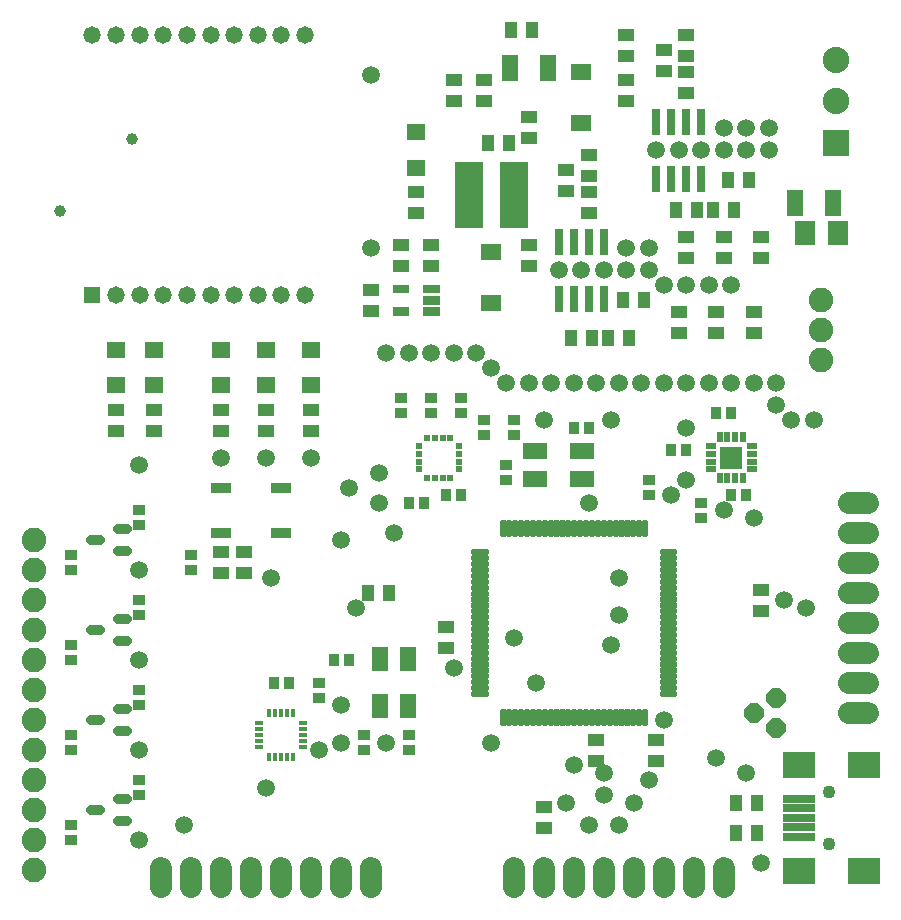
<source format=gts>
G75*
G70*
%OFA0B0*%
%FSLAX24Y24*%
%IPPOS*%
%LPD*%
%AMOC8*
5,1,8,0,0,1.08239X$1,22.5*
%
%ADD10R,0.0769X0.0769*%
%ADD11R,0.0226X0.0336*%
%ADD12R,0.0336X0.0226*%
%ADD13R,0.0631X0.0552*%
%ADD14R,0.0580X0.0580*%
%ADD15C,0.0580*%
%ADD16R,0.0395X0.0552*%
%ADD17R,0.0552X0.0395*%
%ADD18C,0.0720*%
%ADD19C,0.0395*%
%ADD20R,0.0680X0.0380*%
%ADD21C,0.0820*%
%ADD22C,0.0158*%
%ADD23R,0.0178X0.0277*%
%ADD24R,0.0277X0.0178*%
%ADD25C,0.0336*%
%ADD26OC8,0.0640*%
%ADD27R,0.0789X0.0552*%
%ADD28R,0.0552X0.0789*%
%ADD29R,0.0198X0.0237*%
%ADD30R,0.0237X0.0198*%
%ADD31R,0.0434X0.0356*%
%ADD32R,0.0356X0.0434*%
%ADD33R,0.0880X0.0880*%
%ADD34C,0.0880*%
%ADD35R,0.0710X0.0789*%
%ADD36R,0.0552X0.0867*%
%ADD37R,0.0316X0.0867*%
%ADD38R,0.0926X0.2245*%
%ADD39R,0.0659X0.0580*%
%ADD40R,0.1064X0.0277*%
%ADD41R,0.1064X0.0867*%
%ADD42C,0.0434*%
%ADD43R,0.0297X0.0552*%
%ADD44C,0.0595*%
D10*
X024901Y015454D03*
D11*
X024773Y016143D03*
X024517Y016143D03*
X025029Y016143D03*
X025285Y016143D03*
X025285Y014765D03*
X025029Y014765D03*
X024773Y014765D03*
X024517Y014765D03*
D12*
X024212Y015070D03*
X024212Y015326D03*
X024212Y015581D03*
X024212Y015837D03*
X025590Y015837D03*
X025590Y015581D03*
X025590Y015326D03*
X025590Y015070D03*
D13*
X014401Y025113D03*
X014401Y026294D03*
X010901Y019044D03*
X010901Y017863D03*
X009401Y017863D03*
X009401Y019044D03*
X007901Y019044D03*
X007901Y017863D03*
X005651Y017863D03*
X005651Y019044D03*
X004401Y019044D03*
X004401Y017863D03*
D14*
X003608Y020873D03*
D15*
X004395Y020873D03*
X005183Y020873D03*
X005970Y020873D03*
X006757Y020873D03*
X007545Y020873D03*
X008332Y020873D03*
X009120Y020873D03*
X009907Y020873D03*
X010694Y020873D03*
X010694Y029534D03*
X009907Y029534D03*
X009120Y029534D03*
X008332Y029534D03*
X007545Y029534D03*
X006757Y029534D03*
X005970Y029534D03*
X005183Y029534D03*
X004395Y029534D03*
X003608Y029534D03*
D16*
X016797Y025954D03*
X017506Y025954D03*
X017547Y029704D03*
X018256Y029704D03*
X023047Y023704D03*
X023756Y023704D03*
X024297Y023704D03*
X025006Y023704D03*
X024797Y024704D03*
X025506Y024704D03*
X022006Y020704D03*
X021297Y020704D03*
X021506Y019454D03*
X020797Y019454D03*
X020256Y019454D03*
X019547Y019454D03*
X013506Y010954D03*
X012797Y010954D03*
X025047Y003954D03*
X025756Y003954D03*
X025756Y002954D03*
X025047Y002954D03*
D17*
X022401Y005349D03*
X022401Y006058D03*
X020401Y006058D03*
X020401Y005349D03*
X018651Y003808D03*
X018651Y003099D03*
X015401Y009099D03*
X015401Y009808D03*
X010901Y016349D03*
X010901Y017058D03*
X009401Y017058D03*
X009401Y016349D03*
X007901Y016349D03*
X007901Y017058D03*
X005651Y017058D03*
X005651Y016349D03*
X004401Y016349D03*
X004401Y017058D03*
X007901Y012308D03*
X007901Y011599D03*
X008651Y011599D03*
X008651Y012308D03*
X012901Y020349D03*
X012901Y021058D03*
X013901Y021849D03*
X013901Y022558D03*
X014901Y022558D03*
X014901Y021849D03*
X014401Y023599D03*
X014401Y024308D03*
X015651Y027349D03*
X015651Y028058D03*
X016651Y028058D03*
X016651Y027349D03*
X018151Y026808D03*
X018151Y026099D03*
X019401Y025058D03*
X019401Y024349D03*
X020151Y024308D03*
X020151Y024849D03*
X020151Y025558D03*
X020151Y023599D03*
X018151Y022558D03*
X018151Y021849D03*
X023151Y020308D03*
X023151Y019599D03*
X024401Y019599D03*
X024401Y020308D03*
X025651Y020308D03*
X025651Y019599D03*
X025901Y022099D03*
X025901Y022808D03*
X024651Y022808D03*
X024651Y022099D03*
X023401Y022099D03*
X023401Y022808D03*
X021401Y027349D03*
X021401Y028058D03*
X021401Y028849D03*
X021401Y029558D03*
X022651Y029058D03*
X022651Y028349D03*
X023401Y028308D03*
X023401Y028849D03*
X023401Y029558D03*
X023401Y027599D03*
X025901Y011058D03*
X025901Y010349D03*
D18*
X028831Y009954D02*
X029471Y009954D01*
X029471Y010954D02*
X028831Y010954D01*
X028831Y011954D02*
X029471Y011954D01*
X029471Y012954D02*
X028831Y012954D01*
X028831Y013954D02*
X029471Y013954D01*
X029471Y008954D02*
X028831Y008954D01*
X028831Y007954D02*
X029471Y007954D01*
X029471Y006954D02*
X028831Y006954D01*
X024651Y001774D02*
X024651Y001134D01*
X023651Y001134D02*
X023651Y001774D01*
X022651Y001774D02*
X022651Y001134D01*
X021651Y001134D02*
X021651Y001774D01*
X020651Y001774D02*
X020651Y001134D01*
X019651Y001134D02*
X019651Y001774D01*
X018651Y001774D02*
X018651Y001134D01*
X017651Y001134D02*
X017651Y001774D01*
X012901Y001774D02*
X012901Y001134D01*
X011901Y001134D02*
X011901Y001774D01*
X010901Y001774D02*
X010901Y001134D01*
X009901Y001134D02*
X009901Y001774D01*
X008901Y001774D02*
X008901Y001134D01*
X007901Y001134D02*
X007901Y001774D01*
X006901Y001774D02*
X006901Y001134D01*
X005901Y001134D02*
X005901Y001774D01*
D19*
X002515Y023668D03*
X004937Y026089D03*
D20*
X007901Y014454D03*
X007901Y012954D03*
X009901Y012954D03*
X009901Y014454D03*
D21*
X001651Y001704D03*
X001651Y002704D03*
X001651Y003704D03*
X001651Y004704D03*
X001651Y005704D03*
X001651Y006704D03*
X001651Y007704D03*
X001651Y008704D03*
X001651Y009704D03*
X001651Y010704D03*
X001651Y011704D03*
X001651Y012704D03*
X027901Y018704D03*
X027901Y019704D03*
X027901Y020704D03*
D22*
X021993Y013310D02*
X021993Y012896D01*
X021993Y013310D02*
X022033Y013310D01*
X022033Y012896D01*
X021993Y012896D01*
X021993Y013053D02*
X022033Y013053D01*
X022033Y013210D02*
X021993Y013210D01*
X021797Y013310D02*
X021797Y012896D01*
X021797Y013310D02*
X021837Y013310D01*
X021837Y012896D01*
X021797Y012896D01*
X021797Y013053D02*
X021837Y013053D01*
X021837Y013210D02*
X021797Y013210D01*
X021600Y013310D02*
X021600Y012896D01*
X021600Y013310D02*
X021640Y013310D01*
X021640Y012896D01*
X021600Y012896D01*
X021600Y013053D02*
X021640Y013053D01*
X021640Y013210D02*
X021600Y013210D01*
X021403Y013310D02*
X021403Y012896D01*
X021403Y013310D02*
X021443Y013310D01*
X021443Y012896D01*
X021403Y012896D01*
X021403Y013053D02*
X021443Y013053D01*
X021443Y013210D02*
X021403Y013210D01*
X021206Y013310D02*
X021206Y012896D01*
X021206Y013310D02*
X021246Y013310D01*
X021246Y012896D01*
X021206Y012896D01*
X021206Y013053D02*
X021246Y013053D01*
X021246Y013210D02*
X021206Y013210D01*
X021009Y013310D02*
X021009Y012896D01*
X021009Y013310D02*
X021049Y013310D01*
X021049Y012896D01*
X021009Y012896D01*
X021009Y013053D02*
X021049Y013053D01*
X021049Y013210D02*
X021009Y013210D01*
X020812Y013310D02*
X020812Y012896D01*
X020812Y013310D02*
X020852Y013310D01*
X020852Y012896D01*
X020812Y012896D01*
X020812Y013053D02*
X020852Y013053D01*
X020852Y013210D02*
X020812Y013210D01*
X020615Y013310D02*
X020615Y012896D01*
X020615Y013310D02*
X020655Y013310D01*
X020655Y012896D01*
X020615Y012896D01*
X020615Y013053D02*
X020655Y013053D01*
X020655Y013210D02*
X020615Y013210D01*
X020419Y013310D02*
X020419Y012896D01*
X020419Y013310D02*
X020459Y013310D01*
X020459Y012896D01*
X020419Y012896D01*
X020419Y013053D02*
X020459Y013053D01*
X020459Y013210D02*
X020419Y013210D01*
X020222Y013310D02*
X020222Y012896D01*
X020222Y013310D02*
X020262Y013310D01*
X020262Y012896D01*
X020222Y012896D01*
X020222Y013053D02*
X020262Y013053D01*
X020262Y013210D02*
X020222Y013210D01*
X020025Y013310D02*
X020025Y012896D01*
X020025Y013310D02*
X020065Y013310D01*
X020065Y012896D01*
X020025Y012896D01*
X020025Y013053D02*
X020065Y013053D01*
X020065Y013210D02*
X020025Y013210D01*
X019828Y013310D02*
X019828Y012896D01*
X019828Y013310D02*
X019868Y013310D01*
X019868Y012896D01*
X019828Y012896D01*
X019828Y013053D02*
X019868Y013053D01*
X019868Y013210D02*
X019828Y013210D01*
X019631Y013310D02*
X019631Y012896D01*
X019631Y013310D02*
X019671Y013310D01*
X019671Y012896D01*
X019631Y012896D01*
X019631Y013053D02*
X019671Y013053D01*
X019671Y013210D02*
X019631Y013210D01*
X019434Y013310D02*
X019434Y012896D01*
X019434Y013310D02*
X019474Y013310D01*
X019474Y012896D01*
X019434Y012896D01*
X019434Y013053D02*
X019474Y013053D01*
X019474Y013210D02*
X019434Y013210D01*
X019237Y013310D02*
X019237Y012896D01*
X019237Y013310D02*
X019277Y013310D01*
X019277Y012896D01*
X019237Y012896D01*
X019237Y013053D02*
X019277Y013053D01*
X019277Y013210D02*
X019237Y013210D01*
X019041Y013310D02*
X019041Y012896D01*
X019041Y013310D02*
X019081Y013310D01*
X019081Y012896D01*
X019041Y012896D01*
X019041Y013053D02*
X019081Y013053D01*
X019081Y013210D02*
X019041Y013210D01*
X018844Y013310D02*
X018844Y012896D01*
X018844Y013310D02*
X018884Y013310D01*
X018884Y012896D01*
X018844Y012896D01*
X018844Y013053D02*
X018884Y013053D01*
X018884Y013210D02*
X018844Y013210D01*
X018647Y013310D02*
X018647Y012896D01*
X018647Y013310D02*
X018687Y013310D01*
X018687Y012896D01*
X018647Y012896D01*
X018647Y013053D02*
X018687Y013053D01*
X018687Y013210D02*
X018647Y013210D01*
X018450Y013310D02*
X018450Y012896D01*
X018450Y013310D02*
X018490Y013310D01*
X018490Y012896D01*
X018450Y012896D01*
X018450Y013053D02*
X018490Y013053D01*
X018490Y013210D02*
X018450Y013210D01*
X018253Y013310D02*
X018253Y012896D01*
X018253Y013310D02*
X018293Y013310D01*
X018293Y012896D01*
X018253Y012896D01*
X018253Y013053D02*
X018293Y013053D01*
X018293Y013210D02*
X018253Y013210D01*
X018056Y013310D02*
X018056Y012896D01*
X018056Y013310D02*
X018096Y013310D01*
X018096Y012896D01*
X018056Y012896D01*
X018056Y013053D02*
X018096Y013053D01*
X018096Y013210D02*
X018056Y013210D01*
X017860Y013310D02*
X017860Y012896D01*
X017860Y013310D02*
X017900Y013310D01*
X017900Y012896D01*
X017860Y012896D01*
X017860Y013053D02*
X017900Y013053D01*
X017900Y013210D02*
X017860Y013210D01*
X017663Y013310D02*
X017663Y012896D01*
X017663Y013310D02*
X017703Y013310D01*
X017703Y012896D01*
X017663Y012896D01*
X017663Y013053D02*
X017703Y013053D01*
X017703Y013210D02*
X017663Y013210D01*
X017466Y013310D02*
X017466Y012896D01*
X017466Y013310D02*
X017506Y013310D01*
X017506Y012896D01*
X017466Y012896D01*
X017466Y013053D02*
X017506Y013053D01*
X017506Y013210D02*
X017466Y013210D01*
X017269Y013310D02*
X017269Y012896D01*
X017269Y013310D02*
X017309Y013310D01*
X017309Y012896D01*
X017269Y012896D01*
X017269Y013053D02*
X017309Y013053D01*
X017309Y013210D02*
X017269Y013210D01*
X016295Y012336D02*
X016295Y012296D01*
X016295Y012336D02*
X016709Y012336D01*
X016709Y012296D01*
X016295Y012296D01*
X016295Y012139D02*
X016295Y012099D01*
X016295Y012139D02*
X016709Y012139D01*
X016709Y012099D01*
X016295Y012099D01*
X016295Y011942D02*
X016295Y011902D01*
X016295Y011942D02*
X016709Y011942D01*
X016709Y011902D01*
X016295Y011902D01*
X016295Y011745D02*
X016295Y011705D01*
X016295Y011745D02*
X016709Y011745D01*
X016709Y011705D01*
X016295Y011705D01*
X016295Y011548D02*
X016295Y011508D01*
X016295Y011548D02*
X016709Y011548D01*
X016709Y011508D01*
X016295Y011508D01*
X016295Y011351D02*
X016295Y011311D01*
X016295Y011351D02*
X016709Y011351D01*
X016709Y011311D01*
X016295Y011311D01*
X016295Y011155D02*
X016295Y011115D01*
X016295Y011155D02*
X016709Y011155D01*
X016709Y011115D01*
X016295Y011115D01*
X016295Y010958D02*
X016295Y010918D01*
X016295Y010958D02*
X016709Y010958D01*
X016709Y010918D01*
X016295Y010918D01*
X016295Y010761D02*
X016295Y010721D01*
X016295Y010761D02*
X016709Y010761D01*
X016709Y010721D01*
X016295Y010721D01*
X016295Y010564D02*
X016295Y010524D01*
X016295Y010564D02*
X016709Y010564D01*
X016709Y010524D01*
X016295Y010524D01*
X016295Y010367D02*
X016295Y010327D01*
X016295Y010367D02*
X016709Y010367D01*
X016709Y010327D01*
X016295Y010327D01*
X016295Y010170D02*
X016295Y010130D01*
X016295Y010170D02*
X016709Y010170D01*
X016709Y010130D01*
X016295Y010130D01*
X016295Y009974D02*
X016295Y009934D01*
X016295Y009974D02*
X016709Y009974D01*
X016709Y009934D01*
X016295Y009934D01*
X016295Y009777D02*
X016295Y009737D01*
X016295Y009777D02*
X016709Y009777D01*
X016709Y009737D01*
X016295Y009737D01*
X016295Y009580D02*
X016295Y009540D01*
X016295Y009580D02*
X016709Y009580D01*
X016709Y009540D01*
X016295Y009540D01*
X016295Y009383D02*
X016295Y009343D01*
X016295Y009383D02*
X016709Y009383D01*
X016709Y009343D01*
X016295Y009343D01*
X016295Y009186D02*
X016295Y009146D01*
X016295Y009186D02*
X016709Y009186D01*
X016709Y009146D01*
X016295Y009146D01*
X016295Y008989D02*
X016295Y008949D01*
X016295Y008989D02*
X016709Y008989D01*
X016709Y008949D01*
X016295Y008949D01*
X016295Y008792D02*
X016295Y008752D01*
X016295Y008792D02*
X016709Y008792D01*
X016709Y008752D01*
X016295Y008752D01*
X016295Y008596D02*
X016295Y008556D01*
X016295Y008596D02*
X016709Y008596D01*
X016709Y008556D01*
X016295Y008556D01*
X016295Y008399D02*
X016295Y008359D01*
X016295Y008399D02*
X016709Y008399D01*
X016709Y008359D01*
X016295Y008359D01*
X016295Y008202D02*
X016295Y008162D01*
X016295Y008202D02*
X016709Y008202D01*
X016709Y008162D01*
X016295Y008162D01*
X016295Y008005D02*
X016295Y007965D01*
X016295Y008005D02*
X016709Y008005D01*
X016709Y007965D01*
X016295Y007965D01*
X016295Y007808D02*
X016295Y007768D01*
X016295Y007808D02*
X016709Y007808D01*
X016709Y007768D01*
X016295Y007768D01*
X016295Y007611D02*
X016295Y007571D01*
X016295Y007611D02*
X016709Y007611D01*
X016709Y007571D01*
X016295Y007571D01*
X017269Y007011D02*
X017269Y006597D01*
X017269Y007011D02*
X017309Y007011D01*
X017309Y006597D01*
X017269Y006597D01*
X017269Y006754D02*
X017309Y006754D01*
X017309Y006911D02*
X017269Y006911D01*
X017466Y007011D02*
X017466Y006597D01*
X017466Y007011D02*
X017506Y007011D01*
X017506Y006597D01*
X017466Y006597D01*
X017466Y006754D02*
X017506Y006754D01*
X017506Y006911D02*
X017466Y006911D01*
X017663Y007011D02*
X017663Y006597D01*
X017663Y007011D02*
X017703Y007011D01*
X017703Y006597D01*
X017663Y006597D01*
X017663Y006754D02*
X017703Y006754D01*
X017703Y006911D02*
X017663Y006911D01*
X017860Y007011D02*
X017860Y006597D01*
X017860Y007011D02*
X017900Y007011D01*
X017900Y006597D01*
X017860Y006597D01*
X017860Y006754D02*
X017900Y006754D01*
X017900Y006911D02*
X017860Y006911D01*
X018056Y007011D02*
X018056Y006597D01*
X018056Y007011D02*
X018096Y007011D01*
X018096Y006597D01*
X018056Y006597D01*
X018056Y006754D02*
X018096Y006754D01*
X018096Y006911D02*
X018056Y006911D01*
X018253Y007011D02*
X018253Y006597D01*
X018253Y007011D02*
X018293Y007011D01*
X018293Y006597D01*
X018253Y006597D01*
X018253Y006754D02*
X018293Y006754D01*
X018293Y006911D02*
X018253Y006911D01*
X018450Y007011D02*
X018450Y006597D01*
X018450Y007011D02*
X018490Y007011D01*
X018490Y006597D01*
X018450Y006597D01*
X018450Y006754D02*
X018490Y006754D01*
X018490Y006911D02*
X018450Y006911D01*
X018647Y007011D02*
X018647Y006597D01*
X018647Y007011D02*
X018687Y007011D01*
X018687Y006597D01*
X018647Y006597D01*
X018647Y006754D02*
X018687Y006754D01*
X018687Y006911D02*
X018647Y006911D01*
X018844Y007011D02*
X018844Y006597D01*
X018844Y007011D02*
X018884Y007011D01*
X018884Y006597D01*
X018844Y006597D01*
X018844Y006754D02*
X018884Y006754D01*
X018884Y006911D02*
X018844Y006911D01*
X019041Y007011D02*
X019041Y006597D01*
X019041Y007011D02*
X019081Y007011D01*
X019081Y006597D01*
X019041Y006597D01*
X019041Y006754D02*
X019081Y006754D01*
X019081Y006911D02*
X019041Y006911D01*
X019237Y007011D02*
X019237Y006597D01*
X019237Y007011D02*
X019277Y007011D01*
X019277Y006597D01*
X019237Y006597D01*
X019237Y006754D02*
X019277Y006754D01*
X019277Y006911D02*
X019237Y006911D01*
X019434Y007011D02*
X019434Y006597D01*
X019434Y007011D02*
X019474Y007011D01*
X019474Y006597D01*
X019434Y006597D01*
X019434Y006754D02*
X019474Y006754D01*
X019474Y006911D02*
X019434Y006911D01*
X019631Y007011D02*
X019631Y006597D01*
X019631Y007011D02*
X019671Y007011D01*
X019671Y006597D01*
X019631Y006597D01*
X019631Y006754D02*
X019671Y006754D01*
X019671Y006911D02*
X019631Y006911D01*
X019828Y007011D02*
X019828Y006597D01*
X019828Y007011D02*
X019868Y007011D01*
X019868Y006597D01*
X019828Y006597D01*
X019828Y006754D02*
X019868Y006754D01*
X019868Y006911D02*
X019828Y006911D01*
X020025Y007011D02*
X020025Y006597D01*
X020025Y007011D02*
X020065Y007011D01*
X020065Y006597D01*
X020025Y006597D01*
X020025Y006754D02*
X020065Y006754D01*
X020065Y006911D02*
X020025Y006911D01*
X020222Y007011D02*
X020222Y006597D01*
X020222Y007011D02*
X020262Y007011D01*
X020262Y006597D01*
X020222Y006597D01*
X020222Y006754D02*
X020262Y006754D01*
X020262Y006911D02*
X020222Y006911D01*
X020419Y007011D02*
X020419Y006597D01*
X020419Y007011D02*
X020459Y007011D01*
X020459Y006597D01*
X020419Y006597D01*
X020419Y006754D02*
X020459Y006754D01*
X020459Y006911D02*
X020419Y006911D01*
X020615Y007011D02*
X020615Y006597D01*
X020615Y007011D02*
X020655Y007011D01*
X020655Y006597D01*
X020615Y006597D01*
X020615Y006754D02*
X020655Y006754D01*
X020655Y006911D02*
X020615Y006911D01*
X020812Y007011D02*
X020812Y006597D01*
X020812Y007011D02*
X020852Y007011D01*
X020852Y006597D01*
X020812Y006597D01*
X020812Y006754D02*
X020852Y006754D01*
X020852Y006911D02*
X020812Y006911D01*
X021009Y007011D02*
X021009Y006597D01*
X021009Y007011D02*
X021049Y007011D01*
X021049Y006597D01*
X021009Y006597D01*
X021009Y006754D02*
X021049Y006754D01*
X021049Y006911D02*
X021009Y006911D01*
X021206Y007011D02*
X021206Y006597D01*
X021206Y007011D02*
X021246Y007011D01*
X021246Y006597D01*
X021206Y006597D01*
X021206Y006754D02*
X021246Y006754D01*
X021246Y006911D02*
X021206Y006911D01*
X021403Y007011D02*
X021403Y006597D01*
X021403Y007011D02*
X021443Y007011D01*
X021443Y006597D01*
X021403Y006597D01*
X021403Y006754D02*
X021443Y006754D01*
X021443Y006911D02*
X021403Y006911D01*
X021600Y007011D02*
X021600Y006597D01*
X021600Y007011D02*
X021640Y007011D01*
X021640Y006597D01*
X021600Y006597D01*
X021600Y006754D02*
X021640Y006754D01*
X021640Y006911D02*
X021600Y006911D01*
X021797Y007011D02*
X021797Y006597D01*
X021797Y007011D02*
X021837Y007011D01*
X021837Y006597D01*
X021797Y006597D01*
X021797Y006754D02*
X021837Y006754D01*
X021837Y006911D02*
X021797Y006911D01*
X021993Y007011D02*
X021993Y006597D01*
X021993Y007011D02*
X022033Y007011D01*
X022033Y006597D01*
X021993Y006597D01*
X021993Y006754D02*
X022033Y006754D01*
X022033Y006911D02*
X021993Y006911D01*
X022594Y007571D02*
X022594Y007611D01*
X023008Y007611D01*
X023008Y007571D01*
X022594Y007571D01*
X022594Y007768D02*
X022594Y007808D01*
X023008Y007808D01*
X023008Y007768D01*
X022594Y007768D01*
X022594Y007965D02*
X022594Y008005D01*
X023008Y008005D01*
X023008Y007965D01*
X022594Y007965D01*
X022594Y008162D02*
X022594Y008202D01*
X023008Y008202D01*
X023008Y008162D01*
X022594Y008162D01*
X022594Y008359D02*
X022594Y008399D01*
X023008Y008399D01*
X023008Y008359D01*
X022594Y008359D01*
X022594Y008556D02*
X022594Y008596D01*
X023008Y008596D01*
X023008Y008556D01*
X022594Y008556D01*
X022594Y008752D02*
X022594Y008792D01*
X023008Y008792D01*
X023008Y008752D01*
X022594Y008752D01*
X022594Y008949D02*
X022594Y008989D01*
X023008Y008989D01*
X023008Y008949D01*
X022594Y008949D01*
X022594Y009146D02*
X022594Y009186D01*
X023008Y009186D01*
X023008Y009146D01*
X022594Y009146D01*
X022594Y009343D02*
X022594Y009383D01*
X023008Y009383D01*
X023008Y009343D01*
X022594Y009343D01*
X022594Y009540D02*
X022594Y009580D01*
X023008Y009580D01*
X023008Y009540D01*
X022594Y009540D01*
X022594Y009737D02*
X022594Y009777D01*
X023008Y009777D01*
X023008Y009737D01*
X022594Y009737D01*
X022594Y009934D02*
X022594Y009974D01*
X023008Y009974D01*
X023008Y009934D01*
X022594Y009934D01*
X022594Y010130D02*
X022594Y010170D01*
X023008Y010170D01*
X023008Y010130D01*
X022594Y010130D01*
X022594Y010327D02*
X022594Y010367D01*
X023008Y010367D01*
X023008Y010327D01*
X022594Y010327D01*
X022594Y010524D02*
X022594Y010564D01*
X023008Y010564D01*
X023008Y010524D01*
X022594Y010524D01*
X022594Y010721D02*
X022594Y010761D01*
X023008Y010761D01*
X023008Y010721D01*
X022594Y010721D01*
X022594Y010918D02*
X022594Y010958D01*
X023008Y010958D01*
X023008Y010918D01*
X022594Y010918D01*
X022594Y011115D02*
X022594Y011155D01*
X023008Y011155D01*
X023008Y011115D01*
X022594Y011115D01*
X022594Y011311D02*
X022594Y011351D01*
X023008Y011351D01*
X023008Y011311D01*
X022594Y011311D01*
X022594Y011508D02*
X022594Y011548D01*
X023008Y011548D01*
X023008Y011508D01*
X022594Y011508D01*
X022594Y011705D02*
X022594Y011745D01*
X023008Y011745D01*
X023008Y011705D01*
X022594Y011705D01*
X022594Y011902D02*
X022594Y011942D01*
X023008Y011942D01*
X023008Y011902D01*
X022594Y011902D01*
X022594Y012099D02*
X022594Y012139D01*
X023008Y012139D01*
X023008Y012099D01*
X022594Y012099D01*
X022594Y012296D02*
X022594Y012336D01*
X023008Y012336D01*
X023008Y012296D01*
X022594Y012296D01*
D23*
X010295Y006932D03*
X010098Y006932D03*
X009901Y006932D03*
X009704Y006932D03*
X009507Y006932D03*
X009507Y005475D03*
X009704Y005475D03*
X009901Y005475D03*
X010098Y005475D03*
X010295Y005475D03*
D24*
X010630Y005810D03*
X010630Y006007D03*
X010630Y006204D03*
X010630Y006400D03*
X010630Y006597D03*
X009173Y006597D03*
X009173Y006400D03*
X009173Y006204D03*
X009173Y006007D03*
X009173Y005810D03*
D25*
X004751Y006330D02*
X004457Y006330D01*
X003845Y006704D02*
X003551Y006704D01*
X004457Y007078D02*
X004751Y007078D01*
X004751Y009330D02*
X004457Y009330D01*
X004457Y010078D02*
X004751Y010078D01*
X003845Y009704D02*
X003551Y009704D01*
X004457Y012330D02*
X004751Y012330D01*
X004751Y013078D02*
X004457Y013078D01*
X003845Y012704D02*
X003551Y012704D01*
X004457Y004078D02*
X004751Y004078D01*
X004751Y003330D02*
X004457Y003330D01*
X003845Y003704D02*
X003551Y003704D01*
D26*
X025651Y006954D03*
X026401Y007454D03*
X026401Y006454D03*
D27*
X019939Y014731D03*
X019939Y015676D03*
X018364Y015676D03*
X018364Y014731D03*
D28*
X014124Y008741D03*
X013179Y008741D03*
X013179Y007166D03*
X014124Y007166D03*
D29*
X014767Y014784D03*
X015023Y014784D03*
X015279Y014784D03*
X015535Y014784D03*
X015535Y016123D03*
X015279Y016123D03*
X015023Y016123D03*
X014767Y016123D03*
D30*
X014482Y015837D03*
X014482Y015581D03*
X014482Y015326D03*
X014482Y015070D03*
X015820Y015070D03*
X015820Y015326D03*
X015820Y015581D03*
X015820Y015837D03*
D31*
X016651Y016198D03*
X016651Y016709D03*
X015901Y016948D03*
X015901Y017459D03*
X014901Y017459D03*
X014901Y016948D03*
X013901Y016948D03*
X013901Y017459D03*
X017401Y015209D03*
X017401Y014698D03*
X017651Y016198D03*
X017651Y016709D03*
X022151Y014709D03*
X022151Y014198D03*
X023901Y013959D03*
X023901Y013448D03*
X014151Y006209D03*
X014151Y005698D03*
X012651Y005698D03*
X012651Y006209D03*
X011151Y007448D03*
X011151Y007959D03*
X006901Y011698D03*
X006901Y012209D03*
X005151Y013198D03*
X005151Y013709D03*
X002901Y012209D03*
X002901Y011698D03*
X005151Y010709D03*
X005151Y010198D03*
X002901Y009209D03*
X002901Y008698D03*
X005151Y007709D03*
X005151Y007198D03*
X002901Y006209D03*
X002901Y005698D03*
X005151Y004709D03*
X005151Y004198D03*
X002901Y003209D03*
X002901Y002698D03*
D32*
X009645Y007954D03*
X010157Y007954D03*
X011645Y008704D03*
X012157Y008704D03*
X014145Y013954D03*
X014657Y013954D03*
X015395Y014204D03*
X015907Y014204D03*
X019645Y016454D03*
X020157Y016454D03*
X022895Y015704D03*
X023407Y015704D03*
X024395Y016954D03*
X024907Y016954D03*
X024895Y014204D03*
X025407Y014204D03*
D33*
X028401Y025954D03*
D34*
X028401Y027331D03*
X028401Y028709D03*
D35*
X028452Y022954D03*
X027350Y022954D03*
D36*
X027021Y023954D03*
X028281Y023954D03*
X018781Y028454D03*
X017521Y028454D03*
D37*
X022401Y026648D03*
X022901Y026648D03*
X023401Y026648D03*
X023901Y026648D03*
X023901Y024759D03*
X023401Y024759D03*
X022901Y024759D03*
X022401Y024759D03*
X020651Y022648D03*
X020151Y022648D03*
X019651Y022648D03*
X019151Y022648D03*
X019151Y020759D03*
X019651Y020759D03*
X020151Y020759D03*
X020651Y020759D03*
D38*
X017657Y024204D03*
X016145Y024204D03*
D39*
X016901Y022300D03*
X016901Y020607D03*
X019901Y026607D03*
X019901Y028300D03*
D40*
X027167Y004083D03*
X027167Y003769D03*
X027167Y003454D03*
X027167Y003139D03*
X027167Y002824D03*
D41*
X027167Y001682D03*
X029332Y001682D03*
X029332Y005225D03*
X027167Y005225D03*
D42*
X028151Y004320D03*
X028151Y002587D03*
D43*
G36*
X015189Y020478D02*
X015190Y020183D01*
X014639Y020182D01*
X014638Y020477D01*
X015189Y020478D01*
G37*
G36*
X015188Y020852D02*
X015189Y020557D01*
X014638Y020556D01*
X014637Y020851D01*
X015188Y020852D01*
G37*
G36*
X015187Y021226D02*
X015188Y020931D01*
X014637Y020930D01*
X014636Y021225D01*
X015187Y021226D01*
G37*
G36*
X014164Y021225D02*
X014165Y020930D01*
X013614Y020929D01*
X013613Y021224D01*
X014164Y021225D01*
G37*
G36*
X014165Y020477D02*
X014166Y020182D01*
X013615Y020181D01*
X013614Y020476D01*
X014165Y020477D01*
G37*
D44*
X014151Y018954D03*
X014901Y018954D03*
X015651Y018954D03*
X016401Y018954D03*
X016901Y018454D03*
X017401Y017954D03*
X018151Y017954D03*
X018901Y017954D03*
X019651Y017954D03*
X020401Y017954D03*
X021151Y017954D03*
X021901Y017954D03*
X022651Y017954D03*
X023401Y017954D03*
X024151Y017954D03*
X024901Y017954D03*
X025651Y017954D03*
X026401Y017954D03*
X026401Y017204D03*
X026901Y016704D03*
X027651Y016704D03*
X024651Y013704D03*
X025651Y013454D03*
X023401Y014704D03*
X022901Y014204D03*
X023401Y016454D03*
X020901Y016704D03*
X018651Y016704D03*
X020151Y013954D03*
X021151Y011454D03*
X021151Y010204D03*
X020901Y009204D03*
X018401Y007954D03*
X017651Y009454D03*
X015651Y008454D03*
X016901Y005954D03*
X019401Y003954D03*
X020151Y003204D03*
X020651Y004204D03*
X020651Y004954D03*
X019651Y005204D03*
X021651Y003954D03*
X021151Y003204D03*
X022151Y004704D03*
X022651Y006704D03*
X024401Y005454D03*
X025401Y004954D03*
X025901Y001954D03*
X027401Y010454D03*
X026651Y010704D03*
X024901Y021204D03*
X024151Y021204D03*
X023401Y021204D03*
X022651Y021204D03*
X022151Y021704D03*
X022151Y022454D03*
X021401Y022454D03*
X021401Y021704D03*
X020651Y021704D03*
X019901Y021704D03*
X019151Y021704D03*
X022401Y025704D03*
X023151Y025704D03*
X023901Y025704D03*
X024651Y025704D03*
X025401Y025704D03*
X025401Y026454D03*
X024651Y026454D03*
X026151Y026454D03*
X026151Y025704D03*
X013651Y012954D03*
X013151Y013954D03*
X013151Y014954D03*
X012151Y014454D03*
X010901Y015454D03*
X009401Y015454D03*
X007901Y015454D03*
X005151Y015204D03*
X005151Y011704D03*
X005151Y008704D03*
X005151Y005704D03*
X006651Y003204D03*
X005151Y002704D03*
X009401Y004454D03*
X011151Y005704D03*
X011901Y005954D03*
X011901Y007204D03*
X013401Y005954D03*
X012401Y010454D03*
X011901Y012704D03*
X009547Y011454D03*
X013401Y018954D03*
X012901Y022454D03*
X012901Y028204D03*
M02*

</source>
